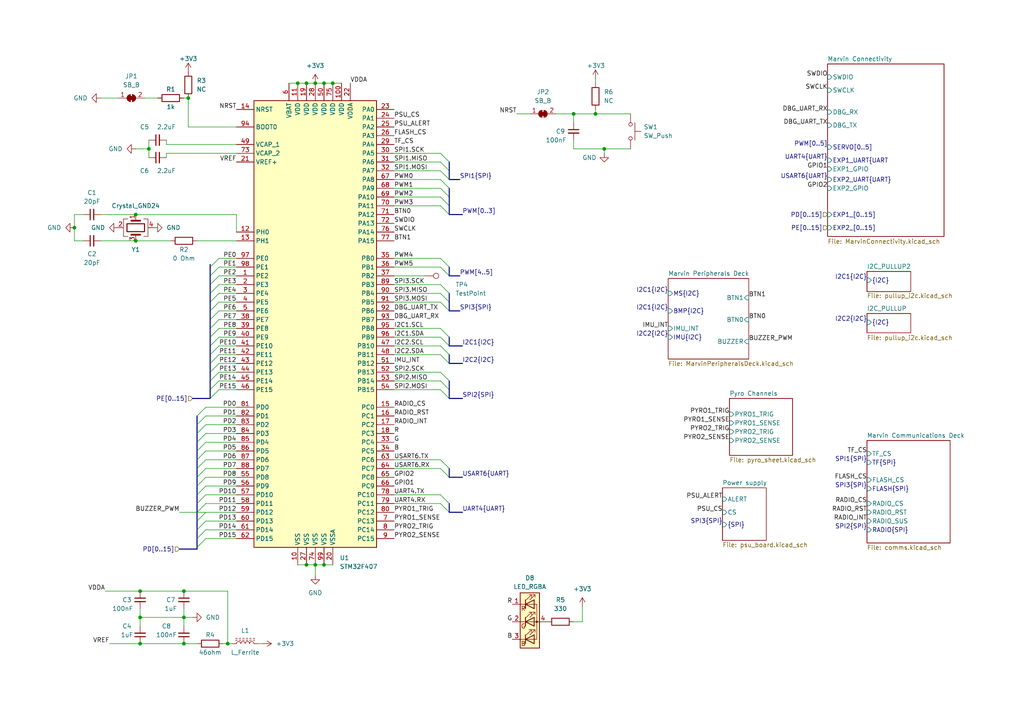
<source format=kicad_sch>
(kicad_sch (version 20230121) (generator eeschema)
  (paper "A4")
  (title_block (title "Marvin flight controller") (date "2022-08-29") (rev "0.1.1") (company "3Fall Engineering"))
  (lib_symbols
    (symbol "Connector:TestPoint" (pin_numbers hide) (pin_names (offset 0.762) hide)
      (property "Reference" "TP" (at 0 6.858 0))
      (property "Value" "TestPoint" (at 0 5.08 0))
      (symbol "TestPoint_0_1"
        (circle (center 0 3.302) (radius 0.762))
      )
      (symbol "TestPoint_1_1"
        (pin passive line (at 0 0 90) (length 2.54) (name "1") (number "1"))
      )
    )
    (symbol "Device:C_Small" (pin_numbers hide) (pin_names (offset 0.254) hide)
      (property "Reference" "C" (at 0.254 1.778 0))
      (property "Value" "C_Small" (at 0.254 -2.032 0))
      (symbol "C_Small_0_1"
        (polyline (pts (xy -1.524 -0.508) (xy 1.524 -0.508)) (stroke (width 0.3302)))
        (polyline (pts (xy -1.524 0.508) (xy 1.524 0.508)) (stroke (width 0.3048)))
      )
      (symbol "C_Small_1_1"
        (pin passive line (at 0 2.54 270) (length 2.032) (name "~") (number "1"))
        (pin passive line (at 0 -2.54 90) (length 2.032) (name "~") (number "2"))
      )
    )
    (symbol "Device:Crystal_GND24" (pin_names (offset 1.016) hide)
      (property "Reference" "Y" (at 3.175 5.08 0))
      (property "Value" "Crystal_GND24" (at 3.175 3.175 0))
      (symbol "Crystal_GND24_0_1"
        (rectangle (start -1.143 2.54) (end 1.143 -2.54) (stroke (width 0.3048)))
        (polyline (pts (xy -2.54 0) (xy -2.032 0)))
        (polyline (pts (xy -2.032 -1.27) (xy -2.032 1.27)) (stroke (width 0.508)))
        (polyline (pts (xy 0 -3.81) (xy 0 -3.556)))
        (polyline (pts (xy 0 3.556) (xy 0 3.81)))
        (polyline (pts (xy 2.032 -1.27) (xy 2.032 1.27)) (stroke (width 0.508)))
        (polyline (pts (xy 2.032 0) (xy 2.54 0)))
        (polyline (pts (xy -2.54 -2.286) (xy -2.54 -3.556) (xy 2.54 -3.556) (xy 2.54 -2.286)))
        (polyline (pts (xy -2.54 2.286) (xy -2.54 3.556) (xy 2.54 3.556) (xy 2.54 2.286)))
      )
      (symbol "Crystal_GND24_1_1"
        (pin passive line (at -3.81 0 0) (length 1.27) (name "1") (number "1"))
        (pin passive line (at 0 5.08 270) (length 1.27) (name "2") (number "2"))
        (pin passive line (at 3.81 0 180) (length 1.27) (name "3") (number "3"))
        (pin passive line (at 0 -5.08 90) (length 1.27) (name "4") (number "4"))
      )
    )
    (symbol "Device:LED_RGBA" (pin_names (offset 0) hide)
      (property "Reference" "D" (at 0 9.398 0))
      (property "Value" "LED_RGBA" (at 0 -8.89 0))
      (symbol "LED_RGBA_0_0"
        (text "B" (at -1.905 -6.35 0) (effects (font (size 1.27 1.27))))
        (text "G" (at -1.905 -1.27 0) (effects (font (size 1.27 1.27))))
        (text "R" (at -1.905 3.81 0) (effects (font (size 1.27 1.27))))
      )
      (symbol "LED_RGBA_0_1"
        (polyline (pts (xy -1.27 -5.08) (xy -2.54 -5.08)))
        (polyline (pts (xy -1.27 -5.08) (xy 1.27 -5.08)))
        (polyline (pts (xy -1.27 -3.81) (xy -1.27 -6.35)) (stroke (width 0.254)))
        (polyline (pts (xy -1.27 0) (xy -2.54 0)))
        (polyline (pts (xy -1.27 1.27) (xy -1.27 -1.27)) (stroke (width 0.254)))
        (polyline (pts (xy -1.27 5.08) (xy -2.54 5.08)))
        (polyline (pts (xy -1.27 5.08) (xy 1.27 5.08)))
        (polyline (pts (xy -1.27 6.35) (xy -1.27 3.81)) (stroke (width 0.254)))
        (polyline (pts (xy 1.27 0) (xy -1.27 0)))
        (polyline (pts (xy 1.27 0) (xy 2.54 0)))
        (polyline (pts (xy -1.27 1.27) (xy -1.27 -1.27) (xy -1.27 -1.27)))
        (polyline (pts (xy -1.27 6.35) (xy -1.27 3.81) (xy -1.27 3.81)))
        (polyline (pts (xy 1.27 -5.08) (xy 2.032 -5.08) (xy 2.032 5.08) (xy 1.27 5.08)))
        (polyline (pts (xy 1.27 -3.81) (xy 1.27 -6.35) (xy -1.27 -5.08) (xy 1.27 -3.81)) (stroke (width 0.254)))
        (polyline (pts (xy 1.27 1.27) (xy 1.27 -1.27) (xy -1.27 0) (xy 1.27 1.27)) (stroke (width 0.254)))
        (polyline (pts (xy 1.27 6.35) (xy 1.27 3.81) (xy -1.27 5.08) (xy 1.27 6.35)) (stroke (width 0.254)))
        (polyline (pts (xy -1.016 -3.81) (xy 0.508 -2.286) (xy -0.254 -2.286) (xy 0.508 -2.286) (xy 0.508 -3.048)))
        (polyline (pts (xy -1.016 1.27) (xy 0.508 2.794) (xy -0.254 2.794) (xy 0.508 2.794) (xy 0.508 2.032)))
        (polyline (pts (xy -1.016 6.35) (xy 0.508 7.874) (xy -0.254 7.874) (xy 0.508 7.874) (xy 0.508 7.112)))
        (polyline (pts (xy 0 -3.81) (xy 1.524 -2.286) (xy 0.762 -2.286) (xy 1.524 -2.286) (xy 1.524 -3.048)))
        (polyline (pts (xy 0 1.27) (xy 1.524 2.794) (xy 0.762 2.794) (xy 1.524 2.794) (xy 1.524 2.032)))
        (polyline (pts (xy 0 6.35) (xy 1.524 7.874) (xy 0.762 7.874) (xy 1.524 7.874) (xy 1.524 7.112)))
        (rectangle (start 1.27 -1.27) (end 1.27 1.27))
        (rectangle (start 1.27 1.27) (end 1.27 1.27))
        (rectangle (start 1.27 3.81) (end 1.27 6.35))
        (rectangle (start 1.27 6.35) (end 1.27 6.35))
        (circle (center 2.032 0) (radius 0.254) (fill (type outline)))
        (rectangle (start 2.794 8.382) (end -2.794 -7.62) (stroke (width 0.254)) (fill (type background)))
      )
      (symbol "LED_RGBA_1_1"
        (pin passive line (at -5.08 5.08 0) (length 2.54) (name "RK") (number "1"))
        (pin passive line (at -5.08 0 0) (length 2.54) (name "GK") (number "2"))
        (pin passive line (at -5.08 -5.08 0) (length 2.54) (name "BK") (number "3"))
        (pin passive line (at 5.08 0 180) (length 2.54) (name "A") (number "4"))
      )
    )
    (symbol "Device:L_Ferrite" (pin_numbers hide) (pin_names (offset 1.016) hide)
      (property "Reference" "L" (at -1.27 0 90))
      (property "Value" "L_Ferrite" (at 2.794 0 90))
      (symbol "L_Ferrite_0_1"
        (arc (start 0 -2.54) (mid 0.6323 -1.905) (end 0 -1.27))
        (arc (start 0 -1.27) (mid 0.6323 -0.635) (end 0 0))
        (polyline (pts (xy 1.016 -2.794) (xy 1.016 -2.286)))
        (polyline (pts (xy 1.016 -1.778) (xy 1.016 -1.27)))
        (polyline (pts (xy 1.016 -0.762) (xy 1.016 -0.254)))
        (polyline (pts (xy 1.016 0.254) (xy 1.016 0.762)))
        (polyline (pts (xy 1.016 1.27) (xy 1.016 1.778)))
        (polyline (pts (xy 1.016 2.286) (xy 1.016 2.794)))
        (polyline (pts (xy 1.524 -2.286) (xy 1.524 -2.794)))
        (polyline (pts (xy 1.524 -1.27) (xy 1.524 -1.778)))
        (polyline (pts (xy 1.524 -0.254) (xy 1.524 -0.762)))
        (polyline (pts (xy 1.524 0.762) (xy 1.524 0.254)))
        (polyline (pts (xy 1.524 1.778) (xy 1.524 1.27)))
        (polyline (pts (xy 1.524 2.794) (xy 1.524 2.286)))
        (arc (start 0 0) (mid 0.6323 0.635) (end 0 1.27))
        (arc (start 0 1.27) (mid 0.6323 1.905) (end 0 2.54))
      )
      (symbol "L_Ferrite_1_1"
        (pin passive line (at 0 3.81 270) (length 1.27) (name "1") (number "1"))
        (pin passive line (at 0 -3.81 90) (length 1.27) (name "2") (number "2"))
      )
    )
    (symbol "Device:R" (pin_numbers hide) (pin_names (offset 0))
      (property "Reference" "R" (at 2.032 0 90))
      (property "Value" "R" (at 0 0 90))
      (symbol "R_0_1"
        (rectangle (start -1.016 -2.54) (end 1.016 2.54) (stroke (width 0.254)))
      )
      (symbol "R_1_1"
        (pin passive line (at 0 3.81 270) (length 1.27) (name "~") (number "1"))
        (pin passive line (at 0 -3.81 90) (length 1.27) (name "~") (number "2"))
      )
    )
    (symbol "Jumper:SolderJumper_2_Bridged" (pin_names (offset 0) hide)
      (property "Reference" "JP" (at 0 2.032 0))
      (property "Value" "SolderJumper_2_Bridged" (at 0 -2.54 0))
      (symbol "SolderJumper_2_Bridged_0_1"
        (rectangle (start -0.508 0.508) (end 0.508 -0.508) (fill (type outline)))
        (arc (start -0.254 1.016) (mid -1.2656 0) (end -0.254 -1.016))
        (arc (start -0.254 1.016) (mid -1.2656 0) (end -0.254 -1.016) (fill (type outline)))
        (polyline (pts (xy -0.254 1.016) (xy -0.254 -1.016)))
        (polyline (pts (xy 0.254 1.016) (xy 0.254 -1.016)))
        (arc (start 0.254 -1.016) (mid 1.2656 0) (end 0.254 1.016))
        (arc (start 0.254 -1.016) (mid 1.2656 0) (end 0.254 1.016) (fill (type outline)))
      )
      (symbol "SolderJumper_2_Bridged_1_1"
        (pin passive line (at -3.81 0 0) (length 2.54) (name "A") (number "1"))
        (pin passive line (at 3.81 0 180) (length 2.54) (name "B") (number "2"))
      )
    )
    (symbol "MCU_ST_STM32F4:STM32F407VGTx"
      (property "Reference" "U" (at -17.78 64.77 0))
      (property "Value" "STM32F407VGTx" (at 12.7 64.77 0))
      (symbol "STM32F407VGTx_0_1"
        (rectangle (start -17.78 -66.04) (end 17.78 63.5) (stroke (width 0.254)) (fill (type background)))
      )
      (symbol "STM32F407VGTx_1_1"
        (pin bidirectional line (at -22.86 12.7 0) (length 5.08) (name "PE2") (number "1"))
        (pin power_in line (at -5.08 -71.12 90) (length 5.08) (name "VSS") (number "10"))
        (pin power_in line (at 7.62 68.58 270) (length 5.08) (name "VDD") (number "100"))
        (pin power_in line (at -5.08 68.58 270) (length 5.08) (name "VDD") (number "11"))
        (pin input line (at -22.86 25.4 0) (length 5.08) (name "PH0") (number "12"))
        (pin input line (at -22.86 22.86 0) (length 5.08) (name "PH1") (number "13"))
        (pin input line (at -22.86 60.96 0) (length 5.08) (name "NRST") (number "14"))
        (pin bidirectional line (at 22.86 -25.4 180) (length 5.08) (name "PC0") (number "15"))
        (pin bidirectional line (at 22.86 -27.94 180) (length 5.08) (name "PC1") (number "16"))
        (pin bidirectional line (at 22.86 -30.48 180) (length 5.08) (name "PC2") (number "17"))
        (pin bidirectional line (at 22.86 -33.02 180) (length 5.08) (name "PC3") (number "18"))
        (pin power_in line (at -2.54 68.58 270) (length 5.08) (name "VDD") (number "19"))
        (pin bidirectional line (at -22.86 10.16 0) (length 5.08) (name "PE3") (number "2"))
        (pin power_in line (at 5.08 -71.12 90) (length 5.08) (name "VSSA") (number "20"))
        (pin power_in line (at -22.86 45.72 0) (length 5.08) (name "VREF+") (number "21"))
        (pin power_in line (at 10.16 68.58 270) (length 5.08) (name "VDDA") (number "22"))
        (pin bidirectional line (at 22.86 60.96 180) (length 5.08) (name "PA0") (number "23"))
        (pin bidirectional line (at 22.86 58.42 180) (length 5.08) (name "PA1") (number "24"))
        (pin bidirectional line (at 22.86 55.88 180) (length 5.08) (name "PA2") (number "25"))
        (pin bidirectional line (at 22.86 53.34 180) (length 5.08) (name "PA3") (number "26"))
        (pin power_in line (at -2.54 -71.12 90) (length 5.08) (name "VSS") (number "27"))
        (pin power_in line (at 0 68.58 270) (length 5.08) (name "VDD") (number "28"))
        (pin bidirectional line (at 22.86 50.8 180) (length 5.08) (name "PA4") (number "29"))
        (pin bidirectional line (at -22.86 7.62 0) (length 5.08) (name "PE4") (number "3"))
        (pin bidirectional line (at 22.86 48.26 180) (length 5.08) (name "PA5") (number "30"))
        (pin bidirectional line (at 22.86 45.72 180) (length 5.08) (name "PA6") (number "31"))
        (pin bidirectional line (at 22.86 43.18 180) (length 5.08) (name "PA7") (number "32"))
        (pin bidirectional line (at 22.86 -35.56 180) (length 5.08) (name "PC4") (number "33"))
        (pin bidirectional line (at 22.86 -38.1 180) (length 5.08) (name "PC5") (number "34"))
        (pin bidirectional line (at 22.86 17.78 180) (length 5.08) (name "PB0") (number "35"))
        (pin bidirectional line (at 22.86 15.24 180) (length 5.08) (name "PB1") (number "36"))
        (pin bidirectional line (at 22.86 12.7 180) (length 5.08) (name "PB2") (number "37"))
        (pin bidirectional line (at -22.86 0 0) (length 5.08) (name "PE7") (number "38"))
        (pin bidirectional line (at -22.86 -2.54 0) (length 5.08) (name "PE8") (number "39"))
        (pin bidirectional line (at -22.86 5.08 0) (length 5.08) (name "PE5") (number "4"))
        (pin bidirectional line (at -22.86 -5.08 0) (length 5.08) (name "PE9") (number "40"))
        (pin bidirectional line (at -22.86 -7.62 0) (length 5.08) (name "PE10") (number "41"))
        (pin bidirectional line (at -22.86 -10.16 0) (length 5.08) (name "PE11") (number "42"))
        (pin bidirectional line (at -22.86 -12.7 0) (length 5.08) (name "PE12") (number "43"))
        (pin bidirectional line (at -22.86 -15.24 0) (length 5.08) (name "PE13") (number "44"))
        (pin bidirectional line (at -22.86 -17.78 0) (length 5.08) (name "PE14") (number "45"))
        (pin bidirectional line (at -22.86 -20.32 0) (length 5.08) (name "PE15") (number "46"))
        (pin bidirectional line (at 22.86 -7.62 180) (length 5.08) (name "PB10") (number "47"))
        (pin bidirectional line (at 22.86 -10.16 180) (length 5.08) (name "PB11") (number "48"))
        (pin power_in line (at -22.86 50.8 0) (length 5.08) (name "VCAP_1") (number "49"))
        (pin bidirectional line (at -22.86 2.54 0) (length 5.08) (name "PE6") (number "5"))
        (pin power_in line (at 2.54 68.58 270) (length 5.08) (name "VDD") (number "50"))
        (pin bidirectional line (at 22.86 -12.7 180) (length 5.08) (name "PB12") (number "51"))
        (pin bidirectional line (at 22.86 -15.24 180) (length 5.08) (name "PB13") (number "52"))
        (pin bidirectional line (at 22.86 -17.78 180) (length 5.08) (name "PB14") (number "53"))
        (pin bidirectional line (at 22.86 -20.32 180) (length 5.08) (name "PB15") (number "54"))
        (pin bidirectional line (at -22.86 -45.72 0) (length 5.08) (name "PD8") (number "55"))
        (pin bidirectional line (at -22.86 -48.26 0) (length 5.08) (name "PD9") (number "56"))
        (pin bidirectional line (at -22.86 -50.8 0) (length 5.08) (name "PD10") (number "57"))
        (pin bidirectional line (at -22.86 -53.34 0) (length 5.08) (name "PD11") (number "58"))
        (pin bidirectional line (at -22.86 -55.88 0) (length 5.08) (name "PD12") (number "59"))
        (pin power_in line (at -7.62 68.58 270) (length 5.08) (name "VBAT") (number "6"))
        (pin bidirectional line (at -22.86 -58.42 0) (length 5.08) (name "PD13") (number "60"))
        (pin bidirectional line (at -22.86 -60.96 0) (length 5.08) (name "PD14") (number "61"))
        (pin bidirectional line (at -22.86 -63.5 0) (length 5.08) (name "PD15") (number "62"))
        (pin bidirectional line (at 22.86 -40.64 180) (length 5.08) (name "PC6") (number "63"))
        (pin bidirectional line (at 22.86 -43.18 180) (length 5.08) (name "PC7") (number "64"))
        (pin bidirectional line (at 22.86 -45.72 180) (length 5.08) (name "PC8") (number "65"))
        (pin bidirectional line (at 22.86 -48.26 180) (length 5.08) (name "PC9") (number "66"))
        (pin bidirectional line (at 22.86 40.64 180) (length 5.08) (name "PA8") (number "67"))
        (pin bidirectional line (at 22.86 38.1 180) (length 5.08) (name "PA9") (number "68"))
        (pin bidirectional line (at 22.86 35.56 180) (length 5.08) (name "PA10") (number "69"))
        (pin bidirectional line (at 22.86 -58.42 180) (length 5.08) (name "PC13") (number "7"))
        (pin bidirectional line (at 22.86 33.02 180) (length 5.08) (name "PA11") (number "70"))
        (pin bidirectional line (at 22.86 30.48 180) (length 5.08) (name "PA12") (number "71"))
        (pin bidirectional line (at 22.86 27.94 180) (length 5.08) (name "PA13") (number "72"))
        (pin power_in line (at -22.86 48.26 0) (length 5.08) (name "VCAP_2") (number "73"))
        (pin power_in line (at 0 -71.12 90) (length 5.08) (name "VSS") (number "74"))
        (pin power_in line (at 5.08 68.58 270) (length 5.08) (name "VDD") (number "75"))
        (pin bidirectional line (at 22.86 25.4 180) (length 5.08) (name "PA14") (number "76"))
        (pin bidirectional line (at 22.86 22.86 180) (length 5.08) (name "PA15") (number "77"))
        (pin bidirectional line (at 22.86 -50.8 180) (length 5.08) (name "PC10") (number "78"))
        (pin bidirectional line (at 22.86 -53.34 180) (length 5.08) (name "PC11") (number "79"))
        (pin bidirectional line (at 22.86 -60.96 180) (length 5.08) (name "PC14") (number "8"))
        (pin bidirectional line (at 22.86 -55.88 180) (length 5.08) (name "PC12") (number "80"))
        (pin bidirectional line (at -22.86 -25.4 0) (length 5.08) (name "PD0") (number "81"))
        (pin bidirectional line (at -22.86 -27.94 0) (length 5.08) (name "PD1") (number "82"))
        (pin bidirectional line (at -22.86 -30.48 0) (length 5.08) (name "PD2") (number "83"))
        (pin bidirectional line (at -22.86 -33.02 0) (length 5.08) (name "PD3") (number "84"))
        (pin bidirectional line (at -22.86 -35.56 0) (length 5.08) (name "PD4") (number "85"))
        (pin bidirectional line (at -22.86 -38.1 0) (length 5.08) (name "PD5") (number "86"))
        (pin bidirectional line (at -22.86 -40.64 0) (length 5.08) (name "PD6") (number "87"))
        (pin bidirectional line (at -22.86 -43.18 0) (length 5.08) (name "PD7") (number "88"))
        (pin bidirectional line (at 22.86 10.16 180) (length 5.08) (name "PB3") (number "89"))
        (pin bidirectional line (at 22.86 -63.5 180) (length 5.08) (name "PC15") (number "9"))
        (pin bidirectional line (at 22.86 7.62 180) (length 5.08) (name "PB4") (number "90"))
        (pin bidirectional line (at 22.86 5.08 180) (length 5.08) (name "PB5") (number "91"))
        (pin bidirectional line (at 22.86 2.54 180) (length 5.08) (name "PB6") (number "92"))
        (pin bidirectional line (at 22.86 0 180) (length 5.08) (name "PB7") (number "93"))
        (pin input line (at -22.86 55.88 0) (length 5.08) (name "BOOT0") (number "94"))
        (pin bidirectional line (at 22.86 -2.54 180) (length 5.08) (name "PB8") (number "95"))
        (pin bidirectional line (at 22.86 -5.08 180) (length 5.08) (name "PB9") (number "96"))
        (pin bidirectional line (at -22.86 17.78 0) (length 5.08) (name "PE0") (number "97"))
        (pin bidirectional line (at -22.86 15.24 0) (length 5.08) (name "PE1") (number "98"))
        (pin power_in line (at 2.54 -71.12 90) (length 5.08) (name "VSS") (number "99"))
      )
    )
    (symbol "Switch:SW_Push" (pin_numbers hide) (pin_names (offset 1.016) hide)
      (property "Reference" "SW" (at 1.27 2.54 0))
      (property "Value" "SW_Push" (at 0 -1.524 0))
      (symbol "SW_Push_0_1"
        (circle (center -2.032 0) (radius 0.508))
        (polyline (pts (xy 0 1.27) (xy 0 3.048)))
        (polyline (pts (xy 2.54 1.27) (xy -2.54 1.27)))
        (circle (center 2.032 0) (radius 0.508))
        (pin passive line (at -5.08 0 0) (length 2.54) (name "1") (number "1"))
        (pin passive line (at 5.08 0 180) (length 2.54) (name "2") (number "2"))
      )
    )
    (symbol "power:+3V3" (power) (pin_names (offset 0))
      (property "Value" "+3V3" (at 0 3.556 0))
      (symbol "+3V3_0_1"
        (polyline (pts (xy -0.762 1.27) (xy 0 2.54)))
        (polyline (pts (xy 0 0) (xy 0 2.54)))
        (polyline (pts (xy 0 2.54) (xy 0.762 1.27)))
      )
      (symbol "+3V3_1_1"
        (pin power_in line (at 0 0 90) (length 0) hide (name "+3V3") (number "1"))
      )
    )
    (symbol "power:GND" (power) (pin_names (offset 0))
      (property "Value" "GND" (at 0 -3.81 0))
      (symbol "GND_0_1"
        (polyline (pts (xy 0 0) (xy 0 -1.27) (xy 1.27 -1.27) (xy 0 -2.54) (xy -1.27 -1.27) (xy 0 -1.27)))
      )
      (symbol "GND_1_1"
        (pin power_in line (at 0 0 270) (length 0) hide (name "GND") (number "1"))
      )
    )
  )
  (bus_alias "SPI" (members "SCK" "MISO" "MOSI"))
  (bus_alias "I2C" (members "SCL" "SDA"))
  (bus_alias "UART" (members "TX" "RX"))
  (junction (at 53.34 179.07))
  (junction (at 39.37 62.23))
  (junction (at 54.61 28.448))
  (junction (at 21.59 66.04))
  (junction (at 53.34 171.45))
  (junction (at 175.26 43.18))
  (junction (at 91.44 24.13))
  (junction (at 39.37 69.85))
  (junction (at 66.04 186.69))
  (junction (at 91.44 163.83))
  (junction (at 93.98 24.13))
  (junction (at 40.64 171.45))
  (junction (at 166.37 33.02))
  (junction (at 172.72 33.02))
  (junction (at 93.98 163.83))
  (junction (at 88.9 24.13))
  (junction (at 43.18 43.18))
  (junction (at 40.64 179.07))
  (junction (at 86.36 24.13))
  (junction (at 96.52 24.13))
  (junction (at 53.34 186.69))
  (junction (at 88.9 163.83))
  (junction (at 40.64 186.69))
  (bus_entry (at 57.15 138.43) (size 2.54 -2.54))
  (bus_entry (at 57.15 130.81) (size 2.54 -2.54))
  (bus_entry (at 130.302 59.69) (size -2.54 -2.54))
  (bus_entry (at 130.302 135.89) (size -2.54 -2.54))
  (bus_entry (at 130.302 57.15) (size -2.54 -2.54))
  (bus_entry (at 57.15 140.97) (size 2.54 -2.54))
  (bus_entry (at 60.96 80.01) (size 2.54 -2.54))
  (bus_entry (at 57.15 143.51) (size 2.54 -2.54))
  (bus_entry (at 60.96 107.95) (size 2.54 -2.54))
  (bus_entry (at 130.302 97.79) (size -2.54 -2.54))
  (bus_entry (at 57.15 123.19) (size 2.54 -2.54))
  (bus_entry (at 57.15 120.65) (size 2.54 -2.54))
  (bus_entry (at 130.302 115.57) (size -2.54 -2.54))
  (bus_entry (at 57.15 125.73) (size 2.54 -2.54))
  (bus_entry (at 60.96 95.25) (size 2.54 -2.54))
  (bus_entry (at 57.15 148.59) (size 2.54 -2.54))
  (bus_entry (at 130.302 85.09) (size -2.54 -2.54))
  (bus_entry (at 130.302 49.53) (size -2.54 -2.54))
  (bus_entry (at 57.15 128.27) (size 2.54 -2.54))
  (bus_entry (at 60.96 92.71) (size 2.54 -2.54))
  (bus_entry (at 130.302 110.49) (size -2.54 -2.54))
  (bus_entry (at 60.96 102.87) (size 2.54 -2.54))
  (bus_entry (at 57.15 158.75) (size 2.54 -2.54))
  (bus_entry (at 57.15 146.05) (size 2.54 -2.54))
  (bus_entry (at 57.15 153.67) (size 2.54 -2.54))
  (bus_entry (at 60.96 113.03) (size 2.54 -2.54))
  (bus_entry (at 130.302 100.33) (size -2.54 -2.54))
  (bus_entry (at 57.15 151.13) (size 2.54 -2.54))
  (bus_entry (at 130.302 46.99) (size -2.54 -2.54))
  (bus_entry (at 130.302 62.23) (size -2.54 -2.54))
  (bus_entry (at 130.302 146.05) (size -2.54 -2.54))
  (bus_entry (at 60.96 100.33) (size 2.54 -2.54))
  (bus_entry (at 60.96 97.79) (size 2.54 -2.54))
  (bus_entry (at 130.302 90.17) (size -2.54 -2.54))
  (bus_entry (at 57.15 156.21) (size 2.54 -2.54))
  (bus_entry (at 130.302 54.61) (size -2.54 -2.54))
  (bus_entry (at 60.96 110.49) (size 2.54 -2.54))
  (bus_entry (at 60.96 115.57) (size 2.54 -2.54))
  (bus_entry (at 57.15 133.35) (size 2.54 -2.54))
  (bus_entry (at 130.302 102.87) (size -2.54 -2.54))
  (bus_entry (at 60.96 77.47) (size 2.54 -2.54))
  (bus_entry (at 130.302 105.41) (size -2.54 -2.54))
  (bus_entry (at 130.302 148.59) (size -2.54 -2.54))
  (bus_entry (at 130.302 80.01) (size -2.54 -2.54))
  (bus_entry (at 130.302 138.43) (size -2.54 -2.54))
  (bus_entry (at 130.302 87.63) (size -2.54 -2.54))
  (bus_entry (at 60.96 85.09) (size 2.54 -2.54))
  (bus_entry (at 57.15 135.89) (size 2.54 -2.54))
  (bus_entry (at 60.96 87.63) (size 2.54 -2.54))
  (bus_entry (at 60.96 82.55) (size 2.54 -2.54))
  (bus_entry (at 130.302 52.07) (size -2.54 -2.54))
  (bus_entry (at 60.96 105.41) (size 2.54 -2.54))
  (bus_entry (at 60.96 90.17) (size 2.54 -2.54))
  (bus_entry (at 130.302 77.47) (size -2.54 -2.54))
  (bus_entry (at 130.302 113.03) (size -2.54 -2.54))
  (wire (pts (xy 29.21 62.23) (xy 39.37 62.23)))
  (wire (pts (xy 63.5 97.79) (xy 68.58 97.79)))
  (wire (pts (xy 83.82 24.13) (xy 86.36 24.13)))
  (bus (pts (xy 130.302 138.43) (xy 134.112 138.43)))
  (bus (pts (xy 57.15 158.75) (xy 57.15 159.258)))
  (bus (pts (xy 55.88 115.57) (xy 60.96 115.57)))
  (bus (pts (xy 52.07 159.258) (xy 57.15 159.258)))
  (wire (pts (xy 63.5 107.95) (xy 68.58 107.95)))
  (wire (pts (xy 66.04 171.45) (xy 66.04 186.69)))
  (wire (pts (xy 53.34 186.69) (xy 57.15 186.69)))
  (wire (pts (xy 91.44 24.13) (xy 88.9 24.13)))
  (wire (pts (xy 43.18 43.18) (xy 43.18 45.72)))
  (wire (pts (xy 21.59 62.23) (xy 24.13 62.23)))
  (bus (pts (xy 60.96 100.33) (xy 60.96 102.87)))
  (wire (pts (xy 59.69 143.51) (xy 68.58 143.51)))
  (wire (pts (xy 172.72 22.86) (xy 172.72 24.13)))
  (wire (pts (xy 53.34 179.07) (xy 53.34 181.61)))
  (wire (pts (xy 114.3 143.51) (xy 127.762 143.51)))
  (wire (pts (xy 114.3 97.79) (xy 127.762 97.79)))
  (wire (pts (xy 76.2 186.69) (xy 74.93 186.69)))
  (wire (pts (xy 53.34 176.53) (xy 53.34 179.07)))
  (bus (pts (xy 57.15 120.65) (xy 57.15 123.19)))
  (bus (pts (xy 134.112 115.57) (xy 130.302 115.57)))
  (wire (pts (xy 59.69 128.27) (xy 68.58 128.27)))
  (wire (pts (xy 166.37 43.18) (xy 175.26 43.18)))
  (wire (pts (xy 41.91 28.448) (xy 45.72 28.448)))
  (bus (pts (xy 60.96 76.708) (xy 60.96 77.47)))
  (wire (pts (xy 114.3 74.93) (xy 127.762 74.93)))
  (bus (pts (xy 60.96 107.95) (xy 60.96 110.49)))
  (bus (pts (xy 60.96 113.03) (xy 60.96 115.57)))
  (wire (pts (xy 166.37 33.02) (xy 166.37 35.56)))
  (wire (pts (xy 114.3 57.15) (xy 127.762 57.15)))
  (bus (pts (xy 130.302 85.09) (xy 130.302 87.63)))
  (wire (pts (xy 63.5 100.33) (xy 68.58 100.33)))
  (bus (pts (xy 57.15 135.89) (xy 57.15 138.43)))
  (wire (pts (xy 57.15 148.59) (xy 59.69 148.59)))
  (wire (pts (xy 63.5 92.71) (xy 68.58 92.71)))
  (wire (pts (xy 166.37 33.02) (xy 172.72 33.02)))
  (wire (pts (xy 114.3 100.33) (xy 127.762 100.33)))
  (wire (pts (xy 114.3 54.61) (xy 127.762 54.61)))
  (wire (pts (xy 59.69 138.43) (xy 68.58 138.43)))
  (wire (pts (xy 21.59 66.04) (xy 21.59 69.85)))
  (bus (pts (xy 60.96 77.47) (xy 60.96 80.01)))
  (wire (pts (xy 114.3 85.09) (xy 127.762 85.09)))
  (wire (pts (xy 52.07 148.59) (xy 57.15 148.59)))
  (wire (pts (xy 114.3 135.89) (xy 127.762 135.89)))
  (bus (pts (xy 130.302 148.59) (xy 134.112 148.59)))
  (wire (pts (xy 114.3 77.47) (xy 127.762 77.47)))
  (bus (pts (xy 60.96 90.17) (xy 60.96 92.71)))
  (wire (pts (xy 40.64 171.45) (xy 30.48 171.45)))
  (wire (pts (xy 21.59 62.23) (xy 21.59 66.04)))
  (bus (pts (xy 57.15 156.21) (xy 57.15 158.75)))
  (bus (pts (xy 57.15 143.51) (xy 57.15 146.05)))
  (wire (pts (xy 59.69 135.89) (xy 68.58 135.89)))
  (bus (pts (xy 134.112 105.41) (xy 130.302 105.41)))
  (wire (pts (xy 88.9 24.13) (xy 86.36 24.13)))
  (wire (pts (xy 48.26 41.91) (xy 48.26 40.64)))
  (bus (pts (xy 57.15 128.27) (xy 57.15 130.81)))
  (wire (pts (xy 48.26 41.91) (xy 68.58 41.91)))
  (wire (pts (xy 114.3 59.69) (xy 127.762 59.69)))
  (bus (pts (xy 60.96 92.71) (xy 60.96 95.25)))
  (wire (pts (xy 63.5 90.17) (xy 68.58 90.17)))
  (wire (pts (xy 149.86 33.02) (xy 153.67 33.02)))
  (wire (pts (xy 63.5 87.63) (xy 68.58 87.63)))
  (bus (pts (xy 60.96 80.01) (xy 60.96 82.55)))
  (wire (pts (xy 63.5 74.93) (xy 68.58 74.93)))
  (wire (pts (xy 21.59 69.85) (xy 24.13 69.85)))
  (wire (pts (xy 63.5 80.01) (xy 68.58 80.01)))
  (wire (pts (xy 66.04 171.45) (xy 53.34 171.45)))
  (wire (pts (xy 68.58 36.83) (xy 54.61 36.83)))
  (bus (pts (xy 130.302 46.99) (xy 130.302 49.53)))
  (wire (pts (xy 59.69 120.65) (xy 68.58 120.65)))
  (bus (pts (xy 60.96 102.87) (xy 60.96 105.41)))
  (wire (pts (xy 54.61 28.448) (xy 53.34 28.448)))
  (wire (pts (xy 161.29 33.02) (xy 166.37 33.02)))
  (bus (pts (xy 130.302 100.33) (xy 134.112 100.33)))
  (bus (pts (xy 57.15 125.73) (xy 57.15 128.27)))
  (bus (pts (xy 130.302 135.89) (xy 130.302 138.43)))
  (wire (pts (xy 39.37 43.18) (xy 43.18 43.18)))
  (wire (pts (xy 40.64 179.07) (xy 53.34 179.07)))
  (wire (pts (xy 40.64 179.07) (xy 40.64 176.53)))
  (wire (pts (xy 59.69 130.81) (xy 68.58 130.81)))
  (wire (pts (xy 39.37 62.23) (xy 68.58 62.23)))
  (wire (pts (xy 166.37 40.64) (xy 166.37 43.18)))
  (wire (pts (xy 91.44 163.83) (xy 91.44 166.878)))
  (bus (pts (xy 130.302 146.05) (xy 130.302 148.59)))
  (bus (pts (xy 130.302 52.07) (xy 133.35 52.07)))
  (bus (pts (xy 60.96 82.55) (xy 60.96 85.09)))
  (wire (pts (xy 114.3 49.53) (xy 127.762 49.53)))
  (wire (pts (xy 96.52 24.13) (xy 99.06 24.13)))
  (wire (pts (xy 63.5 77.47) (xy 68.58 77.47)))
  (bus (pts (xy 60.96 85.09) (xy 60.96 87.63)))
  (bus (pts (xy 130.302 110.49) (xy 130.302 113.03)))
  (bus (pts (xy 130.302 80.01) (xy 133.35 80.01)))
  (wire (pts (xy 114.3 44.45) (xy 127.762 44.45)))
  (wire (pts (xy 172.72 31.75) (xy 172.72 33.02)))
  (wire (pts (xy 59.69 125.73) (xy 68.58 125.73)))
  (bus (pts (xy 60.96 95.25) (xy 60.96 97.79)))
  (wire (pts (xy 39.37 69.85) (xy 49.53 69.85)))
  (wire (pts (xy 168.91 175.895) (xy 168.91 180.34)))
  (wire (pts (xy 66.04 186.69) (xy 67.31 186.69)))
  (wire (pts (xy 93.98 163.83) (xy 96.52 163.83)))
  (bus (pts (xy 57.15 151.13) (xy 57.15 153.67)))
  (wire (pts (xy 59.69 153.67) (xy 68.58 153.67)))
  (wire (pts (xy 123.19 80.01) (xy 114.3 80.01)))
  (wire (pts (xy 64.77 186.69) (xy 66.04 186.69)))
  (wire (pts (xy 114.3 87.63) (xy 127.762 87.63)))
  (wire (pts (xy 91.44 163.83) (xy 93.98 163.83)))
  (wire (pts (xy 172.72 33.02) (xy 182.88 33.02)))
  (wire (pts (xy 68.58 67.31) (xy 68.58 62.23)))
  (wire (pts (xy 31.75 186.69) (xy 40.64 186.69)))
  (wire (pts (xy 91.44 24.13) (xy 93.98 24.13)))
  (wire (pts (xy 63.5 113.03) (xy 68.58 113.03)))
  (wire (pts (xy 40.64 186.69) (xy 53.34 186.69)))
  (wire (pts (xy 54.61 36.83) (xy 54.61 28.448)))
  (bus (pts (xy 130.302 62.23) (xy 134.112 62.23)))
  (bus (pts (xy 57.15 130.81) (xy 57.15 133.35)))
  (bus (pts (xy 57.15 146.05) (xy 57.15 148.59)))
  (wire (pts (xy 53.34 171.45) (xy 40.64 171.45)))
  (bus (pts (xy 130.302 90.17) (xy 133.35 90.17)))
  (bus (pts (xy 60.96 97.79) (xy 60.96 100.33)))
  (wire (pts (xy 114.3 133.35) (xy 127.762 133.35)))
  (bus (pts (xy 57.15 153.67) (xy 57.15 156.21)))
  (wire (pts (xy 114.3 95.25) (xy 127.762 95.25)))
  (wire (pts (xy 57.15 69.85) (xy 68.58 69.85)))
  (wire (pts (xy 175.26 44.45) (xy 175.26 43.18)))
  (wire (pts (xy 29.21 69.85) (xy 39.37 69.85)))
  (bus (pts (xy 60.96 110.49) (xy 60.96 113.03)))
  (bus (pts (xy 130.302 113.03) (xy 130.302 115.57)))
  (wire (pts (xy 48.26 44.45) (xy 68.58 44.45)))
  (wire (pts (xy 114.3 102.87) (xy 127.762 102.87)))
  (wire (pts (xy 63.5 82.55) (xy 68.58 82.55)))
  (wire (pts (xy 127.762 146.05) (xy 114.3 146.05)))
  (bus (pts (xy 130.302 97.79) (xy 130.302 100.33)))
  (wire (pts (xy 63.5 85.09) (xy 68.58 85.09)))
  (wire (pts (xy 59.69 118.11) (xy 68.58 118.11)))
  (wire (pts (xy 59.69 146.05) (xy 68.58 146.05)))
  (wire (pts (xy 114.3 46.99) (xy 127.762 46.99)))
  (bus (pts (xy 60.96 87.63) (xy 60.96 90.17)))
  (wire (pts (xy 63.5 105.41) (xy 68.58 105.41)))
  (wire (pts (xy 59.69 156.21) (xy 68.58 156.21)))
  (bus (pts (xy 130.302 54.61) (xy 130.302 57.15)))
  (bus (pts (xy 130.302 57.15) (xy 130.302 59.69)))
  (wire (pts (xy 63.5 95.25) (xy 68.58 95.25)))
  (wire (pts (xy 63.5 110.49) (xy 68.58 110.49)))
  (wire (pts (xy 55.88 179.07) (xy 53.34 179.07)))
  (bus (pts (xy 57.15 140.97) (xy 57.15 143.51)))
  (wire (pts (xy 86.36 163.83) (xy 88.9 163.83)))
  (wire (pts (xy 114.3 107.95) (xy 127.762 107.95)))
  (bus (pts (xy 57.15 138.43) (xy 57.15 140.97)))
  (bus (pts (xy 130.302 59.69) (xy 130.302 62.23)))
  (bus (pts (xy 130.302 102.87) (xy 130.302 105.41)))
  (wire (pts (xy 175.26 43.18) (xy 182.88 43.18)))
  (wire (pts (xy 29.21 28.448) (xy 34.29 28.448)))
  (wire (pts (xy 59.69 148.59) (xy 68.58 148.59)))
  (bus (pts (xy 130.302 77.47) (xy 130.302 80.01)))
  (wire (pts (xy 88.9 163.83) (xy 91.44 163.83)))
  (wire (pts (xy 93.98 24.13) (xy 96.52 24.13)))
  (bus (pts (xy 130.302 87.63) (xy 130.302 90.17)))
  (wire (pts (xy 59.69 151.13) (xy 68.58 151.13)))
  (wire (pts (xy 43.18 40.64) (xy 43.18 43.18)))
  (bus (pts (xy 57.15 123.19) (xy 57.15 125.73)))
  (wire (pts (xy 59.69 140.97) (xy 68.58 140.97)))
  (wire (pts (xy 63.5 102.87) (xy 68.58 102.87)))
  (bus (pts (xy 60.96 105.41) (xy 60.96 107.95)))
  (wire (pts (xy 114.3 113.03) (xy 127.762 113.03)))
  (wire (pts (xy 59.69 133.35) (xy 68.58 133.35)))
  (bus (pts (xy 57.15 148.59) (xy 57.15 151.13)))
  (wire (pts (xy 48.26 44.45) (xy 48.26 45.72)))
  (wire (pts (xy 168.91 180.34) (xy 166.37 180.34)))
  (wire (pts (xy 40.64 181.61) (xy 40.64 179.07)))
  (wire (pts (xy 114.3 110.49) (xy 127.762 110.49)))
  (wire (pts (xy 114.3 82.55) (xy 127.762 82.55)))
  (bus (pts (xy 130.302 49.53) (xy 130.302 52.07)))
  (bus (pts (xy 57.15 133.35) (xy 57.15 135.89)))
  (wire (pts (xy 114.3 52.07) (xy 127.762 52.07)))
  (wire (pts (xy 59.69 123.19) (xy 68.58 123.19)))
  (label "FLASH_CS" (at 251.46 139.192 180))
  (label "PYRO2_TRIG" (at 114.3 153.67 0))
  (label "FLASH_CS" (at 114.3 39.37 0))
  (label "BTN0" (at 217.17 92.71 0))
  (label "USART6{UART}" (at 240.03 52.07 180))
  (label "PSU_CS" (at 114.3 34.29 0))
  (label "DBG_UART_TX" (at 240.03 36.322 180))
  (label "PWM[0..3]" (at 134.112 62.23 0))
  (label "PE0" (at 68.58 74.93 180))
  (label "PWM1" (at 114.3 54.61 0))
  (label "USART6{UART}" (at 134.112 138.43 0))
  (label "BUZZER_PWM" (at 217.17 99.06 0))
  (label "I2C2{I2C}" (at 251.46 93.472 180))
  (label "USART6.RX" (at 114.3 135.89 0))
  (label "SPI3.MISO" (at 114.3 85.09 0))
  (label "I2C1.SCL" (at 114.3 95.25 0))
  (label "USART6.TX" (at 114.3 133.35 0))
  (label "PD10" (at 68.58 143.51 180))
  (label "G" (at 114.3 128.27 0))
  (label "PE7" (at 68.58 92.71 180))
  (label "I2C2.SCL" (at 114.3 100.33 0))
  (label "PE3" (at 68.58 82.55 180))
  (label "SWCLK" (at 114.3 67.31 0))
  (label "BUZZER_PWM" (at 52.07 148.59 180))
  (label "PE14" (at 68.58 110.49 180))
  (label "I2C1{I2C}" (at 193.802 85.09 180))
  (label "SPI1.MOSI" (at 114.3 49.53 0))
  (label "I2C1{I2C}" (at 193.802 90.17 180))
  (label "PE5" (at 68.58 87.63 180))
  (label "DBG_UART_RX" (at 114.3 92.71 0))
  (label "PSU_ALERT" (at 114.3 36.83 0))
  (label "UART4{UART}" (at 134.112 148.59 0))
  (label "SWDIO" (at 240.03 22.352 180))
  (label "SWDIO" (at 114.3 64.77 0))
  (label "PD4" (at 68.58 128.27 180))
  (label "SPI3{SPI}" (at 209.55 152.146 180))
  (label "SPI2{SPI}" (at 251.46 153.67 180))
  (label "GPIO1" (at 114.3 140.97 0))
  (label "PD2" (at 68.58 123.19 180))
  (label "PWM4" (at 114.3 74.93 0))
  (label "BTN0" (at 114.3 62.23 0))
  (label "SPI3{SPI}" (at 133.35 90.17 0))
  (label "PE8" (at 68.58 95.25 180))
  (label "SPI2.SCK" (at 114.3 107.95 0))
  (label "PE12" (at 68.58 105.41 180))
  (label "BTN1" (at 114.3 69.85 0))
  (label "PD9" (at 68.58 140.97 180))
  (label "PYRO2_SENSE" (at 114.3 156.21 0))
  (label "SPI1{SPI}" (at 251.46 134.112 180))
  (label "PWM0" (at 114.3 52.07 0))
  (label "SWCLK" (at 240.03 26.162 180))
  (label "PE2" (at 68.58 80.01 180))
  (label "PD6" (at 68.58 133.35 180))
  (label "PD3" (at 68.58 125.73 180))
  (label "PD7" (at 68.58 135.89 180))
  (label "PYRO1_TRIG" (at 211.582 120.142 180))
  (label "PSU_CS" (at 209.55 148.59 180))
  (label "UART4.TX" (at 114.3 143.51 0))
  (label "PE6" (at 68.58 90.17 180))
  (label "G" (at 148.59 180.34 180))
  (label "PD11" (at 68.58 146.05 180))
  (label "PYRO1_TRIG" (at 114.3 148.59 0))
  (label "PD0" (at 68.58 118.11 180))
  (label "SPI3.MOSI" (at 114.3 87.63 0))
  (label "PYRO2_TRIG" (at 211.582 125.222 180))
  (label "PE1" (at 68.58 77.47 180))
  (label "IMU_INT" (at 193.802 95.25 180))
  (label "PE4" (at 68.58 85.09 180))
  (label "DBG_UART_RX" (at 240.03 32.512 180))
  (label "R" (at 148.59 175.26 180))
  (label "I2C1{I2C}" (at 251.46 81.28 180))
  (label "SPI2.MISO" (at 114.3 110.49 0))
  (label "PE15" (at 68.58 113.03 180))
  (label "R" (at 114.3 125.73 0))
  (label "UART4{UART}" (at 240.03 46.482 180))
  (label "SPI3.SCK" (at 114.3 82.55 0))
  (label "GPIO2" (at 240.03 54.61 180))
  (label "PD1" (at 68.58 120.65 180))
  (label "PE13" (at 68.58 107.95 180))
  (label "TF_CS" (at 114.3 41.91 0))
  (label "IMU_INT" (at 114.3 105.41 0))
  (label "RADIO_INT" (at 251.46 151.13 180))
  (label "SPI2{SPI}" (at 134.112 115.57 0))
  (label "PWM3" (at 114.3 59.69 0))
  (label "PYRO1_SENSE" (at 211.582 122.682 180))
  (label "SPI2.MOSI" (at 114.3 113.03 0))
  (label "BTN1" (at 217.17 86.36 0))
  (label "RADIO_RST" (at 251.46 148.59 180))
  (label "PWM[0..5]" (at 240.03 42.672 180))
  (label "PWM5" (at 114.3 77.47 0))
  (label "PD14" (at 68.58 153.67 180))
  (label "RADIO_INT" (at 114.3 123.19 0))
  (label "I2C1.SDA" (at 114.3 97.79 0))
  (label "I2C2.SDA" (at 114.3 102.87 0))
  (label "PD8" (at 68.58 138.43 180))
  (label "PE9" (at 68.58 97.79 180))
  (label "B" (at 114.3 130.81 0))
  (label "PD15" (at 68.58 156.21 180))
  (label "SPI1.MISO" (at 114.3 46.99 0))
  (label "RADIO_CS" (at 114.3 118.11 0))
  (label "VDDA" (at 101.6 24.13 0))
  (label "UART4.RX" (at 114.3 146.05 0))
  (label "NRST" (at 68.58 31.75 180))
  (label "SPI1{SPI}" (at 133.35 52.07 0))
  (label "I2C2{I2C}" (at 193.802 97.79 180))
  (label "NRST" (at 149.86 33.02 180))
  (label "DBG_UART_TX" (at 114.3 90.17 0))
  (label "PE10" (at 68.58 100.33 180))
  (label "VDDA" (at 30.48 171.45 180))
  (label "PD5" (at 68.58 130.81 180))
  (label "RADIO_CS" (at 251.46 146.05 180))
  (label "PYRO1_SENSE" (at 114.3 151.13 0))
  (label "SPI1.SCK" (at 114.3 44.45 0))
  (label "PSU_ALERT" (at 209.55 144.78 180))
  (label "PE11" (at 68.58 102.87 180))
  (label "SPI3{SPI}" (at 251.46 141.732 180))
  (label "PD12" (at 68.58 148.59 180))
  (label "I2C2{I2C}" (at 134.112 105.41 0))
  (label "GPIO2" (at 114.3 138.43 0))
  (label "PYRO2_SENSE" (at 211.582 127.762 180))
  (label "PD13" (at 68.58 151.13 180))
  (label "I2C1{I2C}" (at 134.112 100.33 0))
  (label "PWM2" (at 114.3 57.15 0))
  (label "B" (at 148.59 185.42 180))
  (label "VREF" (at 68.58 46.99 180))
  (label "TF_CS" (at 251.46 131.572 180))
  (label "VREF" (at 31.75 186.69 180))
  (label "PWM[4..5]" (at 133.35 80.01 0))
  (label "GPIO1" (at 240.03 49.022 180))
  (label "RADIO_RST" (at 114.3 120.65 0))
  (hierarchical_label "PE[0..15]" (shape input) (at 240.03 66.04 180))
  (hierarchical_label "PD[0..15]" (shape input) (at 240.03 62.23 180))
  (hierarchical_label "PD[0..15]" (shape input) (at 52.07 159.258 180))
  (hierarchical_label "PE[0..15]" (shape input) (at 55.88 115.57 180))
  (symbol (lib_id "Jumper:SolderJumper_2_Bridged") (at 157.48 33.02 0) (unit 1)
    (property "Reference" "JP2" (at 157.48 26.67 0))
    (property "Value" "SB_B" (at 157.48 29.21 0))
    (property "Footprint" "Jumper:SolderJumper-2_P1.3mm_Bridged_Pad1.0x1.5mm" (effects hide))
  )
  (symbol (lib_id "Device:C_Small") (at 45.72 40.64 90) (unit 1)
    (property "Reference" "C5" (at 41.91 36.83 90))
    (property "Value" "2.2uF" (at 48.26 36.83 90))
    (property "Footprint" "Capacitor_SMD:C_0603_1608Metric" (effects hide))
  )
  (symbol (lib_id "power:+3V3") (at 168.91 175.895 0) (unit 1)
    (property "Reference" "#PWR011" (effects hide))
    (property "Value" "+3V3" (at 168.91 170.815 0))
  )
  (symbol (lib_id "Device:C_Small") (at 26.67 62.23 90) (unit 1)
    (property "Reference" "C1" (at 26.67 55.88 90))
    (property "Value" "20pF" (at 26.67 58.42 90))
    (property "Footprint" "Capacitor_SMD:C_0603_1608Metric" (effects hide))
  )
  (symbol (lib_id "power:GND") (at 91.44 166.878 0) (unit 1)
    (property "Reference" "#PWR010" (effects hide))
    (property "Value" "GND" (at 91.44 171.958 0))
  )
  (symbol (lib_id "Device:R") (at 49.53 28.448 90) (unit 1)
    (property "Reference" "R1" (at 49.53 25.908 90))
    (property "Value" "1k" (at 49.53 30.988 90))
    (property "Footprint" "Resistor_SMD:R_0603_1608Metric" (effects hide))
  )
  (symbol (lib_id "Device:R") (at 162.56 180.34 90) (unit 1)
    (property "Reference" "R5" (at 162.56 173.99 90))
    (property "Value" "330" (at 162.56 176.53 90))
    (property "Footprint" "Resistor_SMD:R_0603_1608Metric" (effects hide))
  )
  (symbol (lib_id "power:GND") (at 39.37 43.18 270) (unit 1)
    (property "Reference" "#PWR04" (effects hide))
    (property "Value" "GND" (at 35.56 43.1799 90) (effects (justify right)))
  )
  (symbol (lib_id "Device:C_Small") (at 53.34 184.15 180) (unit 1)
    (property "Reference" "C8" (at 48.26 181.61 0))
    (property "Value" "100nF" (at 48.26 184.15 0))
    (property "Footprint" "Capacitor_SMD:C_0603_1608Metric" (effects hide))
  )
  (symbol (lib_id "Device:R") (at 172.72 27.94 180) (unit 1)
    (property "Reference" "R6" (at 176.53 26.67 0))
    (property "Value" "NC" (at 176.53 29.21 0))
    (property "Footprint" "Resistor_SMD:R_0603_1608Metric" (effects hide))
  )
  (symbol (lib_id "Jumper:SolderJumper_2_Bridged") (at 38.1 28.448 0) (unit 1)
    (property "Reference" "JP1" (at 38.1 22.098 0))
    (property "Value" "SB_B" (at 38.1 24.638 0))
    (property "Footprint" "Jumper:SolderJumper-2_P1.3mm_Bridged_Pad1.0x1.5mm" (effects hide))
  )
  (symbol (lib_id "Device:L_Ferrite") (at 71.12 186.69 90) (unit 1)
    (property "Reference" "L1" (at 71.12 182.88 90))
    (property "Value" "L_Ferrite" (at 71.12 189.23 90))
    (property "Footprint" "Inductor_SMD:L_0805_2012Metric" (effects hide))
  )
  (symbol (lib_id "MCU_ST_STM32F4:STM32F407VGTx") (at 91.44 92.71 0) (unit 1)
    (property "Reference" "U1" (at 98.5394 161.798 0) (effects (justify left)))
    (property "Value" "STM32F407" (at 98.5394 164.338 0) (effects (justify left)))
    (property "Footprint" "Package_QFP:LQFP-100_14x14mm_P0.5mm" (effects hide))
    (property "Datasheet" "http://www.st.com/st-web-ui/static/active/en/resource/technical/document/datasheet/DM00037051.pdf" (effects hide))
  )
  (symbol (lib_id "Device:C_Small") (at 166.37 38.1 0) (unit 1)
    (property "Reference" "C9" (at 162.56 38.1 0))
    (property "Value" "100nF" (at 161.29 40.64 0))
    (property "Footprint" "Capacitor_SMD:C_0603_1608Metric" (effects hide))
  )
  (symbol (lib_id "Switch:SW_Push") (at 182.88 38.1 270) (unit 1)
    (property "Reference" "SW1" (at 186.69 36.8299 90) (effects (justify left)))
    (property "Value" "SW_Push" (at 186.69 39.3699 90) (effects (justify left)))
    (property "Footprint" "FancySwitch:FancySwitchFootprint" (effects hide))
  )
  (symbol (lib_id "power:+3V3") (at 76.2 186.69 270) (unit 1)
    (property "Reference" "#PWR08" (effects hide))
    (property "Value" "+3V3" (at 80.01 186.6899 90) (effects (justify left)))
  )
  (symbol (lib_id "power:GND") (at 34.29 66.04 270) (unit 1)
    (property "Reference" "#PWR03" (effects hide))
    (property "Value" "GND" (at 30.48 66.04 90) (effects (justify right)))
  )
  (symbol (lib_id "Connector:TestPoint") (at 123.19 80.01 270) (unit 1)
    (property "Reference" "TP4" (at 132.08 82.55 90) (effects (justify left)))
    (property "Value" "TestPoint" (at 132.08 85.09 90) (effects (justify left)))
    (property "Footprint" "TestPoint:TestPoint_Pad_D1.0mm" (effects hide))
  )
  (symbol (lib_id "power:GND") (at 55.88 179.07 90) (unit 1)
    (property "Reference" "#PWR07" (effects hide))
    (property "Value" "GND" (at 59.69 179.0699 90) (effects (justify right)))
  )
  (symbol (lib_id "power:GND") (at 21.59 66.04 270) (unit 1)
    (property "Reference" "#PWR01" (effects hide))
    (property "Value" "GND" (at 17.78 66.04 90) (effects (justify right)))
  )
  (symbol (lib_id "Device:C_Small") (at 53.34 173.99 0) (unit 1)
    (property "Reference" "C7" (at 49.53 173.99 0))
    (property "Value" "1uF" (at 49.53 176.53 0))
    (property "Footprint" "Capacitor_SMD:C_0603_1608Metric" (effects hide))
  )
  (symbol (lib_id "power:GND") (at 29.21 28.448 270) (unit 1)
    (property "Reference" "#PWR02" (effects hide))
    (property "Value" "GND" (at 25.4 28.4479 90) (effects (justify right)))
  )
  (symbol (lib_id "power:+3V3") (at 172.72 22.86 0) (unit 1)
    (property "Reference" "#PWR012" (effects hide))
    (property "Value" "+3V3" (at 170.18 19.05 0) (effects (justify left)))
  )
  (symbol (lib_id "Device:R") (at 53.34 69.85 90) (unit 1)
    (property "Reference" "R2" (at 53.34 72.39 90))
    (property "Value" "0 Ohm" (at 53.34 74.93 90))
    (property "Footprint" "Resistor_SMD:R_0603_1608Metric" (effects hide))
  )
  (symbol (lib_id "power:GND") (at 44.45 66.04 90) (unit 1)
    (property "Reference" "#PWR05" (effects hide))
    (property "Value" "GND" (at 48.26 66.04 90) (effects (justify right)))
  )
  (symbol (lib_id "Device:LED_RGBA") (at 153.67 180.34 0) (unit 1)
    (property "Reference" "D8" (at 153.67 167.64 0))
    (property "Value" "LED_RGBA" (at 153.67 170.18 0))
    (property "Footprint" "LED_SMD:LED_Cree-PLCC4_2x2mm_CW" (effects hide))
  )
  (symbol (lib_id "Device:Crystal_GND24") (at 39.37 66.04 90) (mirror x) (unit 1)
    (property "Reference" "Y1" (at 39.37 72.39 90))
    (property "Value" "Crystal_GND24" (at 39.37 59.69 90))
    (property "Footprint" "Oscillator:Oscillator_SMD_SeikoEpson_SG210-4Pin_2.5x2.0mm" (effects hide))
  )
  (symbol (lib_id "power:GND") (at 175.26 44.45 0) (unit 1)
    (property "Reference" "#PWR013" (effects hide))
    (property "Value" "GND" (at 168.91 45.72 0) (effects (justify left)))
  )
  (symbol (lib_id "power:+3V3") (at 54.61 20.828 0) (unit 1)
    (property "Reference" "#PWR06" (effects hide))
    (property "Value" "+3V3" (at 54.61 17.018 0))
  )
  (symbol (lib_id "Device:R") (at 54.61 24.638 180) (unit 1)
    (property "Reference" "R3" (at 58.42 23.368 0))
    (property "Value" "NC" (at 58.42 25.908 0))
    (property "Footprint" "Resistor_SMD:R_0603_1608Metric" (effects hide))
  )
  (symbol (lib_id "Device:C_Small") (at 45.72 45.72 90) (unit 1)
    (property "Reference" "C6" (at 41.91 49.53 90))
    (property "Value" "2.2uF" (at 48.26 49.53 90))
    (property "Footprint" "Capacitor_SMD:C_0603_1608Metric" (effects hide))
  )
  (symbol (lib_id "power:+3V3") (at 91.44 24.13 0) (unit 1)
    (property "Reference" "#PWR09" (effects hide))
    (property "Value" "+3V3" (at 91.44 19.05 0))
  )
  (symbol (lib_id "Device:C_Small") (at 40.64 173.99 0) (unit 1)
    (property "Reference" "C3" (at 36.83 173.99 0))
    (property "Value" "100nF" (at 35.56 176.53 0))
    (property "Footprint" "Capacitor_SMD:C_0603_1608Metric" (effects hide))
  )
  (symbol (lib_id "Device:R") (at 60.96 186.69 90) (unit 1)
    (property "Reference" "R4" (at 60.96 184.15 90))
    (property "Value" "46ohm" (at 60.96 189.23 90))
    (property "Footprint" "Resistor_SMD:R_0603_1608Metric" (effects hide))
  )
  (symbol (lib_id "Device:C_Small") (at 26.67 69.85 90) (unit 1)
    (property "Reference" "C2" (at 26.67 73.66 90))
    (property "Value" "20pF" (at 26.67 76.2 90))
    (property "Footprint" "Capacitor_SMD:C_0603_1608Metric" (effects hide))
  )
  (symbol (lib_id "Device:C_Small") (at 40.64 184.15 180) (unit 1)
    (property "Reference" "C4" (at 36.83 181.61 0))
    (property "Value" "1uF" (at 36.83 184.15 0))
    (property "Footprint" "Capacitor_SMD:C_0603_1608Metric" (effects hide))
  )
  (sheet (at 251.46 78.74) (size 12.7 5.842) (stroke (width 0.1524))
    (property "Sheetname" "I2C_PULLUP2" (at 251.46 78.0284 0) (effects (justify left bottom)))
    (property "Sheetfile" "pullup_i2c.kicad_sch" (at 251.46 85.0396 0) (effects (justify left top)))
    (pin "{I2C}" input (at 251.46 81.28 180))
  )
  (sheet (at 193.802 80.772) (size 23.368 23.368) (stroke (width 0.1524))
    (property "Sheetname" "Marvin Peripherals Deck" (at 193.802 80.0604 0) (effects (justify left bottom)))
    (property "Sheetfile" "MarvinPeripheralsDeck.kicad_sch" (at 193.802 104.7246 0) (effects (justify left top)))
    (pin "IMU_INT" input (at 193.802 95.25 180))
    (pin "MS{I2C}" input (at 193.802 85.09 180))
    (pin "IMU{I2C}" input (at 193.802 97.79 180))
    (pin "BMP{I2C}" input (at 193.802 90.17 180))
    (pin "BTN1" input (at 217.17 86.36 0))
    (pin "BTN0" input (at 217.17 92.71 0))
    (pin "BUZZER" input (at 217.17 99.06 0))
  )
  (sheet (at 240.03 18.542) (size 33.782 50.038) (stroke (width 0.1524))
    (property "Sheetname" "Marvin Connectivity" (at 240.03 17.8304 0) (effects (justify left bottom)))
    (property "Sheetfile" "MarvinConnectivity.kicad_sch" (at 240.03 69.2916 0) (effects (justify left top)))
    (pin "SWDIO" input (at 240.03 22.352 180))
    (pin "SWCLK" input (at 240.03 26.162 180))
    (pin "DBG_RX" input (at 240.03 32.512 180))
    (pin "DBG_TX" input (at 240.03 36.322 180))
    (pin "SERVO[0..5]" input (at 240.03 42.672 180))
    (pin "EXP2_UART{UART}" input (at 240.03 52.07 180))
    (pin "EXP2_GPIO" input (at 240.03 54.61 180))
    (pin "EXP1_UART{UART" input (at 240.03 46.482 180))
    (pin "EXP1_GPIO" input (at 240.03 49.022 180))
    (pin "EXP2_[0..15]" input (at 240.03 66.04 180))
    (pin "EXP1_[0..15]" input (at 240.03 62.23 180))
  )
  (sheet (at 251.46 127.762) (size 24.13 29.718) (stroke (width 0.1524))
    (property "Sheetname" "Marvin Communications Deck" (at 251.46 127.0504 0) (effects (justify left bottom)))
    (property "Sheetfile" "comms.kicad_sch" (at 251.46 158.0646 0) (effects (justify left top)))
    (pin "TF_CS" input (at 251.46 131.572 180))
    (pin "FLASH_CS" input (at 251.46 139.192 180))
    (pin "RADIO_RST" input (at 251.46 148.59 180))
    (pin "RADIO_SUS" input (at 251.46 151.13 180))
    (pin "RADIO_CS" input (at 251.46 146.05 180))
    (pin "RADIO{SPI}" input (at 251.46 153.67 180))
    (pin "FLASH{SPI}" input (at 251.46 141.732 180))
    (pin "TF{SPI}" input (at 251.46 134.112 180))
  )
  (sheet (at 211.582 115.57) (size 18.288 16.51) (stroke (width 0.1524))
    (property "Sheetname" "Pyro Channels" (at 211.582 114.8584 0) (effects (justify left bottom)))
    (property "Sheetfile" "pyro_sheet.kicad_sch" (at 211.582 132.6646 0) (effects (justify left top)))
    (pin "PYRO2_SENSE" input (at 211.582 127.762 180))
    (pin "PYRO2_TRIG" input (at 211.582 125.222 180))
    (pin "PYRO1_SENSE" input (at 211.582 122.682 180))
    (pin "PYRO1_TRIG" input (at 211.582 120.142 180))
  )
  (sheet (at 251.46 90.932) (size 12.7 5.588) (stroke (width 0.1524))
    (property "Sheetname" "I2C_PULLUP" (at 251.46 90.2204 0) (effects (justify left bottom)))
    (property "Sheetfile" "pullup_i2c.kicad_sch" (at 251.46 97.2316 0) (effects (justify left top)))
    (pin "{I2C}" input (at 251.46 93.472 180))
  )
  (sheet (at 209.55 141.478) (size 12.7 15.24) (stroke (width 0.1524))
    (property "Sheetname" "Power supply" (at 209.55 140.7664 0) (effects (justify left bottom)))
    (property "Sheetfile" "psu_board.kicad_sch" (at 209.55 157.3026 0) (effects (justify left top)))
    (pin "CS" input (at 209.55 148.59 180))
    (pin "{SPI}" input (at 209.55 152.146 180))
    (pin "ALERT" input (at 209.55 144.78 180))
  )
)
</source>
